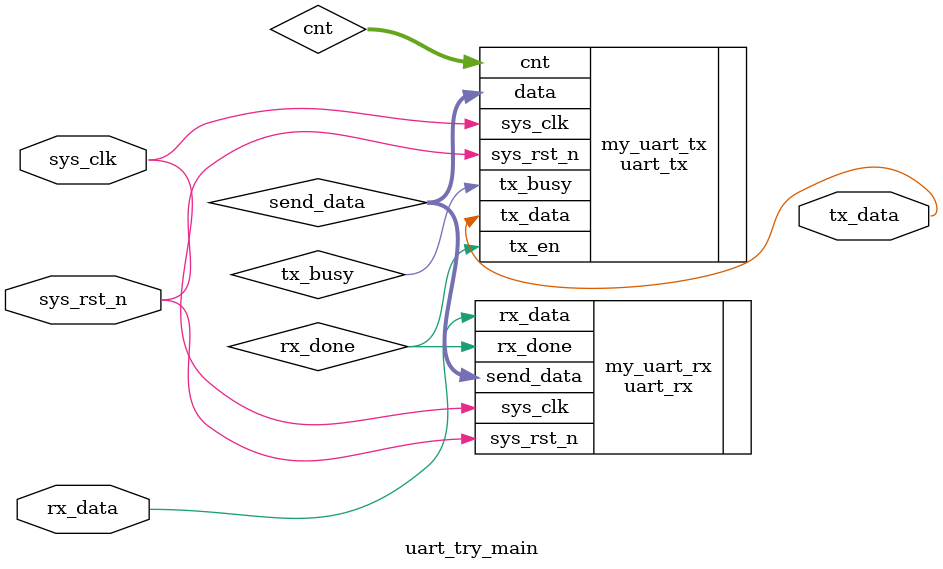
<source format=v>
module uart_try_main(
    input   sys_clk,
    input   sys_rst_n,
    input   rx_data,
    output  tx_data
    );

wire rx_done;
wire [7:0] send_data;
wire tx_busy;
wire [3:0] cnt;

uart_rx my_uart_rx(
    .sys_clk    (sys_clk),
    .sys_rst_n  (sys_rst_n),
    .rx_data    (rx_data),
    .rx_done    (rx_done),
    .send_data  (send_data)
);

uart_tx my_uart_tx(
    .sys_clk    (sys_clk),
    .sys_rst_n     (sys_rst_n),
    .data        (send_data),
    .tx_en        (rx_done),
    .tx_data    (tx_data),
    .tx_busy    (tx_busy),
    .cnt        (cnt)
);
/*
ila_0 your_instance_name (
    .clk(sys_clk),          // input wire clk

    .probe0(sys_rst_n),     // input wire [0:0]  probe0  
    .probe1(rx_data),       // input wire [0:0]  probe1 
    .probe2(rx_done),       // input wire [0:0]  probe2 
    .probe3(tx_data),       // input wire [0:0]  probe3 
    .probe4(tx_busy),       // input wire [0:0]  probe4
    .probe5(cnt)            // input wire [3:0]  probe5
);
*/
endmodule
</source>
